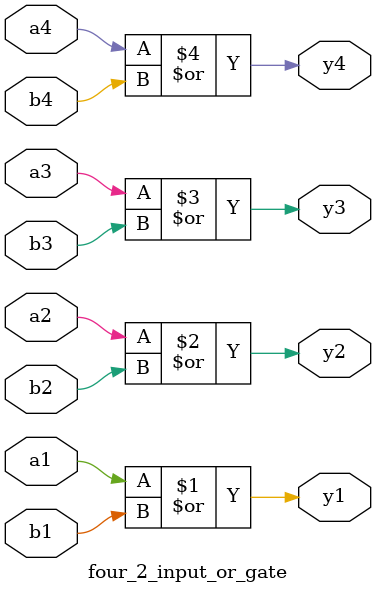
<source format=v>
`timescale 1ns / 1ps

module four_2_input_or_gate #(parameter DELAY = 10)(
    input wire a1,b1,a2,b2,a3,b3,a4,b4,
    output wire y1,y2,y3,y4
    );
    
    or #DELAY (y1,a1,b1);
    or #DELAY (y2,a2,b2);
    or #DELAY (y3,a3,b3);
    or #DELAY (y4,a4,b4);
    
endmodule

</source>
